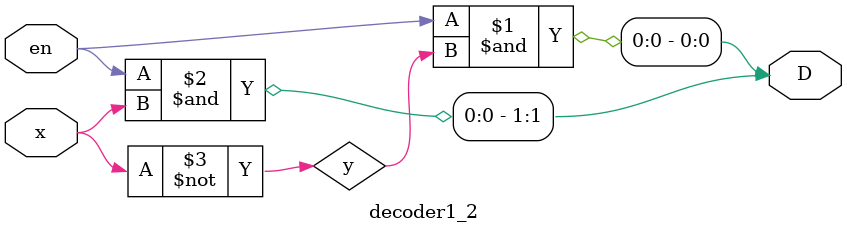
<source format=v>
module decoder1_2(x, D, en);
	input x;
	input en;
	output [1:0] D;
	wire y;
	
	//when enable is on(1), the decoder behaves as normal. 
	//when enable is low, the output is 0
	//it is established though the use of an and gate
	not not0(y,x);
	and and0(D[0], en, y);
	and and1(D[1], en, x);
	
endmodule 
</source>
